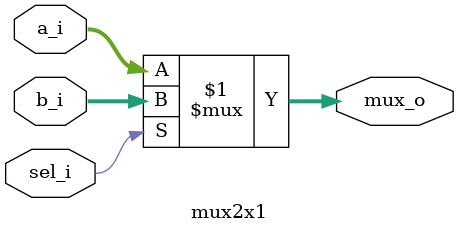
<source format=v>
module mux2x1 #(parameter BUS_SIZE=4) (
	input  [BUS_SIZE-1:0]a_i,
	input  [BUS_SIZE-1:0]b_i,
	input  sel_i,
	output [BUS_SIZE-1:0]mux_o
);

	assign mux_o = sel_i ? b_i : a_i;

endmodule //mux2x1

</source>
